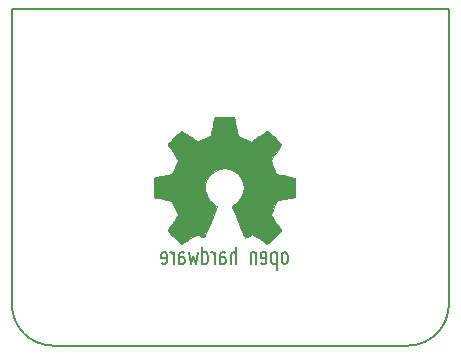
<source format=gbo>
G04 #@! TF.FileFunction,Legend,Bot*
%FSLAX46Y46*%
G04 Gerber Fmt 4.6, Leading zero omitted, Abs format (unit mm)*
G04 Created by KiCad (PCBNEW 4.0.2-stable) date 21/05/2016 00:23:07*
%MOMM*%
G01*
G04 APERTURE LIST*
%ADD10C,0.100000*%
%ADD11C,0.150000*%
%ADD12C,0.002540*%
G04 APERTURE END LIST*
D10*
D11*
X0Y28500000D02*
X0Y3500000D01*
X37000000Y28500000D02*
X0Y28500000D01*
X37000000Y3500000D02*
X37000000Y28500000D01*
X3500000Y0D02*
X33500000Y0D01*
X33500000Y0D02*
G75*
G03X37000000Y3500000I0J3500000D01*
G01*
X0Y3500000D02*
G75*
G03X3500000Y0I3500000J0D01*
G01*
X12790000Y6890000D02*
X12690000Y6960000D01*
X12970000Y6890000D02*
X12790000Y6890000D01*
X13070000Y6960000D02*
X12970000Y6890000D01*
X13120000Y7100000D02*
X13070000Y6960000D01*
X13120000Y7680000D02*
X13120000Y7100000D01*
X13060000Y7830000D02*
X13120000Y7680000D01*
X12960000Y7900000D02*
X13060000Y7830000D01*
X12790000Y7900000D02*
X12960000Y7900000D01*
X12690000Y7810000D02*
X12790000Y7900000D01*
X12640000Y7680000D02*
X12690000Y7810000D01*
X12640000Y7410000D02*
X12640000Y7680000D01*
X13120000Y7410000D02*
X12640000Y7410000D01*
X13690000Y7890000D02*
X13690000Y6890000D01*
X13640000Y7750000D02*
X13690000Y7580000D01*
X13600000Y7810000D02*
X13640000Y7750000D01*
X13500000Y7890000D02*
X13600000Y7810000D01*
X13390000Y7890000D02*
X13500000Y7890000D01*
X15740000Y7900000D02*
X15550000Y6890000D01*
X15550000Y6890000D02*
X15360000Y7610000D01*
X15360000Y7610000D02*
X15170000Y6890000D01*
X15170000Y6890000D02*
X14970000Y7900000D01*
X16120000Y6970000D02*
X16210000Y6890000D01*
X16210000Y6890000D02*
X16400000Y6890000D01*
X16400000Y6890000D02*
X16470000Y6940000D01*
X16470000Y6940000D02*
X16540000Y7020000D01*
X16540000Y7020000D02*
X16600000Y7180000D01*
X16600000Y7180000D02*
X16600000Y7600000D01*
X16600000Y7600000D02*
X16550000Y7750000D01*
X16550000Y7750000D02*
X16480000Y7840000D01*
X16480000Y7840000D02*
X16400000Y7890000D01*
X16400000Y7890000D02*
X16220000Y7890000D01*
X16220000Y7890000D02*
X16120000Y7810000D01*
X16120000Y8390000D02*
X16120000Y6890000D01*
X16870000Y7890000D02*
X16980000Y7890000D01*
X16980000Y7890000D02*
X17080000Y7810000D01*
X17080000Y7810000D02*
X17120000Y7750000D01*
X17120000Y7750000D02*
X17170000Y7580000D01*
X17170000Y7890000D02*
X17170000Y6890000D01*
X14160000Y7680000D02*
X14160000Y6890000D01*
X14220000Y7830000D02*
X14160000Y7680000D01*
X14310000Y7900000D02*
X14220000Y7830000D01*
X14490000Y7900000D02*
X14310000Y7900000D01*
X14600000Y7820000D02*
X14490000Y7900000D01*
X14640000Y7120000D02*
X14600000Y6980000D01*
X14640000Y7250000D02*
X14640000Y7120000D01*
X14590000Y7390000D02*
X14640000Y7250000D01*
X14490000Y7470000D02*
X14590000Y7390000D01*
X14250000Y7470000D02*
X14490000Y7470000D01*
X14160000Y7540000D02*
X14250000Y7470000D01*
X14260000Y6890000D02*
X14160000Y6970000D01*
X14490000Y6890000D02*
X14260000Y6890000D01*
X14600000Y6980000D02*
X14490000Y6890000D01*
X18080000Y6980000D02*
X17970000Y6890000D01*
X17970000Y6890000D02*
X17740000Y6890000D01*
X17740000Y6890000D02*
X17640000Y6970000D01*
X17640000Y7540000D02*
X17730000Y7470000D01*
X17730000Y7470000D02*
X17970000Y7470000D01*
X17970000Y7470000D02*
X18070000Y7390000D01*
X18070000Y7390000D02*
X18120000Y7250000D01*
X18120000Y7250000D02*
X18120000Y7120000D01*
X18120000Y7120000D02*
X18080000Y6980000D01*
X18080000Y7820000D02*
X17970000Y7900000D01*
X17970000Y7900000D02*
X17790000Y7900000D01*
X17790000Y7900000D02*
X17700000Y7830000D01*
X17700000Y7830000D02*
X17640000Y7680000D01*
X17640000Y7680000D02*
X17640000Y6890000D01*
X18980000Y6890000D02*
X18980000Y8390000D01*
X18920000Y7830000D02*
X18980000Y7760000D01*
X18840000Y7890000D02*
X18920000Y7830000D01*
X18700000Y7890000D02*
X18840000Y7890000D01*
X18600000Y7820000D02*
X18700000Y7890000D01*
X18550000Y7670000D02*
X18600000Y7820000D01*
X18550000Y6890000D02*
X18550000Y7670000D01*
X20210000Y6890000D02*
X20210000Y7670000D01*
X20210000Y7670000D02*
X20260000Y7820000D01*
X20260000Y7820000D02*
X20360000Y7890000D01*
X20360000Y7890000D02*
X20500000Y7890000D01*
X20500000Y7890000D02*
X20580000Y7830000D01*
X20580000Y7830000D02*
X20640000Y7760000D01*
X20640000Y7890000D02*
X20640000Y6890000D01*
X21550000Y7410000D02*
X21070000Y7410000D01*
X21070000Y7410000D02*
X21070000Y7680000D01*
X21070000Y7680000D02*
X21120000Y7810000D01*
X21120000Y7810000D02*
X21220000Y7900000D01*
X21220000Y7900000D02*
X21390000Y7900000D01*
X21390000Y7900000D02*
X21490000Y7830000D01*
X21490000Y7830000D02*
X21550000Y7680000D01*
X21550000Y7680000D02*
X21550000Y7100000D01*
X21550000Y7100000D02*
X21500000Y6960000D01*
X21500000Y6960000D02*
X21400000Y6890000D01*
X21400000Y6890000D02*
X21220000Y6890000D01*
X21220000Y6890000D02*
X21120000Y6960000D01*
X22410000Y7900000D02*
X22410000Y6390000D01*
X22300000Y7900000D02*
X22120000Y7900000D01*
X22300000Y6900000D02*
X22110000Y6900000D01*
X22300000Y7900000D02*
X22380000Y7840000D01*
X22030000Y7830000D02*
X22120000Y7900000D01*
X21980000Y7760000D02*
X22030000Y7830000D01*
X21930000Y7600000D02*
X21980000Y7760000D01*
X21930000Y7190000D02*
X21930000Y7600000D01*
X21980000Y7050000D02*
X21930000Y7190000D01*
X22020000Y6980000D02*
X21980000Y7050000D01*
X22120000Y6900000D02*
X22020000Y6980000D01*
X22400000Y6970000D02*
X22300000Y6900000D01*
X23360000Y7600000D02*
X23360000Y7190000D01*
X23360000Y7190000D02*
X23310000Y7050000D01*
X23310000Y7050000D02*
X23260000Y6960000D01*
X23260000Y6960000D02*
X23160000Y6890000D01*
X23160000Y6890000D02*
X23020000Y6890000D01*
X23020000Y6890000D02*
X22920000Y6970000D01*
X22920000Y6970000D02*
X22880000Y7040000D01*
X22880000Y7040000D02*
X22830000Y7180000D01*
X22830000Y7180000D02*
X22830000Y7590000D01*
X22830000Y7590000D02*
X22880000Y7750000D01*
X22880000Y7750000D02*
X22930000Y7820000D01*
X22930000Y7820000D02*
X23020000Y7890000D01*
X23020000Y7890000D02*
X23170000Y7890000D01*
X23170000Y7890000D02*
X23250000Y7830000D01*
X23250000Y7830000D02*
X23310000Y7750000D01*
X23310000Y7750000D02*
X23360000Y7600000D01*
D12*
G36*
X21637280Y8610120D02*
X21573780Y8643140D01*
X21434080Y8732040D01*
X21233420Y8861580D01*
X20997200Y9021600D01*
X20758440Y9181620D01*
X20562860Y9313700D01*
X20425700Y9400060D01*
X20369820Y9433080D01*
X20339340Y9422920D01*
X20225040Y9367040D01*
X20062480Y9280680D01*
X19965960Y9232420D01*
X19816100Y9166380D01*
X19742440Y9153680D01*
X19729740Y9174000D01*
X19673860Y9290840D01*
X19587500Y9486420D01*
X19473200Y9748040D01*
X19343660Y10050300D01*
X19206500Y10380500D01*
X19066800Y10715780D01*
X18934720Y11033280D01*
X18815340Y11320300D01*
X18721360Y11553980D01*
X18660400Y11716540D01*
X18637540Y11787660D01*
X18645160Y11802900D01*
X18718820Y11874020D01*
X18850900Y11973080D01*
X19135380Y12204220D01*
X19414780Y12554740D01*
X19584960Y12950980D01*
X19643380Y13392940D01*
X19595120Y13801880D01*
X19432560Y14195580D01*
X19158240Y14548640D01*
X18825500Y14812800D01*
X18436880Y14977900D01*
X18000000Y15033780D01*
X17580900Y14985520D01*
X17179580Y14828040D01*
X16826520Y14558800D01*
X16676660Y14386080D01*
X16470920Y14027940D01*
X16354080Y13641860D01*
X16341380Y13545340D01*
X16359160Y13123700D01*
X16483620Y12719840D01*
X16704600Y12359160D01*
X17014480Y12061980D01*
X17052580Y12034040D01*
X17197360Y11927360D01*
X17291340Y11853700D01*
X17367540Y11792740D01*
X16831600Y10499880D01*
X16745240Y10294140D01*
X16597920Y9943620D01*
X16468380Y9638820D01*
X16364240Y9394980D01*
X16293120Y9234960D01*
X16262640Y9168920D01*
X16257560Y9166380D01*
X16211840Y9158760D01*
X16112780Y9194320D01*
X15932440Y9280680D01*
X15813060Y9341640D01*
X15675900Y9407680D01*
X15614940Y9433080D01*
X15561600Y9405140D01*
X15429520Y9318780D01*
X15239020Y9189240D01*
X15007880Y9034300D01*
X14786900Y8884440D01*
X14583700Y8749820D01*
X14436380Y8655840D01*
X14365260Y8617740D01*
X14355100Y8617740D01*
X14291600Y8653300D01*
X14174760Y8749820D01*
X13999500Y8917460D01*
X13750580Y9161300D01*
X13712480Y9199400D01*
X13506740Y9407680D01*
X13341640Y9582940D01*
X13229880Y9707400D01*
X13189240Y9763280D01*
X13189240Y9763280D01*
X13227340Y9834400D01*
X13318780Y9981720D01*
X13453400Y10184920D01*
X13615960Y10426220D01*
X14045220Y11045980D01*
X13809000Y11632720D01*
X13737880Y11813060D01*
X13646440Y12031500D01*
X13577860Y12186440D01*
X13542300Y12255020D01*
X13478800Y12277880D01*
X13318780Y12315980D01*
X13085100Y12364240D01*
X12808240Y12415040D01*
X12544080Y12463300D01*
X12305320Y12509020D01*
X12132600Y12542040D01*
X12053860Y12557280D01*
X12036080Y12569980D01*
X12020840Y12608080D01*
X12010680Y12689360D01*
X12005600Y12834140D01*
X12000520Y13062740D01*
X12000520Y13392940D01*
X12000520Y13428500D01*
X12005600Y13743460D01*
X12010680Y13994920D01*
X12018300Y14160020D01*
X12031000Y14226060D01*
X12031000Y14226060D01*
X12104660Y14243840D01*
X12274840Y14279400D01*
X12513600Y14327660D01*
X12798080Y14381000D01*
X12815860Y14383540D01*
X13100340Y14439420D01*
X13336560Y14487680D01*
X13504200Y14525780D01*
X13572780Y14548640D01*
X13588020Y14568960D01*
X13646440Y14680720D01*
X13727720Y14855980D01*
X13821700Y15069340D01*
X13913140Y15292860D01*
X13994420Y15493520D01*
X14047760Y15643380D01*
X14063000Y15711960D01*
X14063000Y15711960D01*
X14019820Y15780540D01*
X13923300Y15927860D01*
X13783600Y16131060D01*
X13618500Y16372360D01*
X13605800Y16392680D01*
X13443240Y16631440D01*
X13311160Y16834640D01*
X13222260Y16979420D01*
X13189240Y17042920D01*
X13189240Y17048000D01*
X13245120Y17119120D01*
X13367040Y17256280D01*
X13542300Y17439160D01*
X13750580Y17649980D01*
X13819160Y17716020D01*
X14050300Y17944620D01*
X14212860Y18091940D01*
X14314460Y18173220D01*
X14362720Y18191000D01*
X14365260Y18188460D01*
X14436380Y18145280D01*
X14588780Y18046220D01*
X14794520Y17906520D01*
X15038360Y17741420D01*
X15053600Y17731260D01*
X15294900Y17568700D01*
X15493020Y17431540D01*
X15635260Y17337560D01*
X15698760Y17302000D01*
X15708920Y17302000D01*
X15805440Y17329940D01*
X15975620Y17388360D01*
X16186440Y17469640D01*
X16407420Y17558540D01*
X16610620Y17644900D01*
X16760480Y17713480D01*
X16831600Y17754120D01*
X16834140Y17756660D01*
X16859540Y17843020D01*
X16900180Y18023360D01*
X16953520Y18269740D01*
X17006860Y18564380D01*
X17017020Y18610100D01*
X17070360Y18897120D01*
X17116080Y19133340D01*
X17151640Y19295900D01*
X17166880Y19364480D01*
X17207520Y19372100D01*
X17347220Y19382260D01*
X17560580Y19389880D01*
X17819660Y19392420D01*
X18091440Y19389880D01*
X18355600Y19384800D01*
X18581660Y19377180D01*
X18744220Y19364480D01*
X18812800Y19351780D01*
X18815340Y19346700D01*
X18838200Y19257800D01*
X18878840Y19080000D01*
X18929640Y18831080D01*
X18985520Y18536440D01*
X18995680Y18483100D01*
X19049020Y18198620D01*
X19097280Y17964940D01*
X19132840Y17804920D01*
X19150620Y17741420D01*
X19176020Y17728720D01*
X19292860Y17675380D01*
X19483360Y17596640D01*
X19722120Y17500120D01*
X20270760Y17279140D01*
X20943860Y17741420D01*
X21004820Y17782060D01*
X21248660Y17947160D01*
X21446780Y18079240D01*
X21586480Y18168140D01*
X21642360Y18201160D01*
X21647440Y18198620D01*
X21716020Y18140200D01*
X21848100Y18015740D01*
X22030980Y17837940D01*
X22241800Y17627120D01*
X22399280Y17469640D01*
X22584700Y17281680D01*
X22701540Y17154680D01*
X22767580Y17073400D01*
X22790440Y17022600D01*
X22782820Y16989580D01*
X22739640Y16921000D01*
X22640580Y16773680D01*
X22503420Y16567940D01*
X22338320Y16331720D01*
X22203700Y16131060D01*
X22056380Y15905000D01*
X21962400Y15744980D01*
X21929380Y15666240D01*
X21937000Y15633220D01*
X21985260Y15501140D01*
X22064000Y15300480D01*
X22165600Y15064260D01*
X22399280Y14530860D01*
X22749800Y14464820D01*
X22960620Y14424180D01*
X23257800Y14365760D01*
X23542280Y14312420D01*
X23984240Y14226060D01*
X23999480Y12600460D01*
X23930900Y12569980D01*
X23864860Y12552200D01*
X23702300Y12516640D01*
X23468620Y12470920D01*
X23191760Y12417580D01*
X22955540Y12374400D01*
X22719320Y12328680D01*
X22549140Y12295660D01*
X22472940Y12280420D01*
X22455160Y12255020D01*
X22394200Y12138180D01*
X22310380Y11957840D01*
X22216400Y11736860D01*
X22122420Y11510800D01*
X22038600Y11299980D01*
X21980180Y11139960D01*
X21957320Y11056140D01*
X21990340Y10995180D01*
X22079240Y10855480D01*
X22211320Y10657360D01*
X22371340Y10421140D01*
X22533900Y10184920D01*
X22668520Y9984260D01*
X22765040Y9839480D01*
X22803140Y9773440D01*
X22782820Y9727720D01*
X22688840Y9613420D01*
X22511040Y9430540D01*
X22246880Y9168920D01*
X22203700Y9125740D01*
X21992880Y8925080D01*
X21815080Y8759980D01*
X21693160Y8650760D01*
X21637280Y8610120D01*
X21637280Y8610120D01*
G37*
X21637280Y8610120D02*
X21573780Y8643140D01*
X21434080Y8732040D01*
X21233420Y8861580D01*
X20997200Y9021600D01*
X20758440Y9181620D01*
X20562860Y9313700D01*
X20425700Y9400060D01*
X20369820Y9433080D01*
X20339340Y9422920D01*
X20225040Y9367040D01*
X20062480Y9280680D01*
X19965960Y9232420D01*
X19816100Y9166380D01*
X19742440Y9153680D01*
X19729740Y9174000D01*
X19673860Y9290840D01*
X19587500Y9486420D01*
X19473200Y9748040D01*
X19343660Y10050300D01*
X19206500Y10380500D01*
X19066800Y10715780D01*
X18934720Y11033280D01*
X18815340Y11320300D01*
X18721360Y11553980D01*
X18660400Y11716540D01*
X18637540Y11787660D01*
X18645160Y11802900D01*
X18718820Y11874020D01*
X18850900Y11973080D01*
X19135380Y12204220D01*
X19414780Y12554740D01*
X19584960Y12950980D01*
X19643380Y13392940D01*
X19595120Y13801880D01*
X19432560Y14195580D01*
X19158240Y14548640D01*
X18825500Y14812800D01*
X18436880Y14977900D01*
X18000000Y15033780D01*
X17580900Y14985520D01*
X17179580Y14828040D01*
X16826520Y14558800D01*
X16676660Y14386080D01*
X16470920Y14027940D01*
X16354080Y13641860D01*
X16341380Y13545340D01*
X16359160Y13123700D01*
X16483620Y12719840D01*
X16704600Y12359160D01*
X17014480Y12061980D01*
X17052580Y12034040D01*
X17197360Y11927360D01*
X17291340Y11853700D01*
X17367540Y11792740D01*
X16831600Y10499880D01*
X16745240Y10294140D01*
X16597920Y9943620D01*
X16468380Y9638820D01*
X16364240Y9394980D01*
X16293120Y9234960D01*
X16262640Y9168920D01*
X16257560Y9166380D01*
X16211840Y9158760D01*
X16112780Y9194320D01*
X15932440Y9280680D01*
X15813060Y9341640D01*
X15675900Y9407680D01*
X15614940Y9433080D01*
X15561600Y9405140D01*
X15429520Y9318780D01*
X15239020Y9189240D01*
X15007880Y9034300D01*
X14786900Y8884440D01*
X14583700Y8749820D01*
X14436380Y8655840D01*
X14365260Y8617740D01*
X14355100Y8617740D01*
X14291600Y8653300D01*
X14174760Y8749820D01*
X13999500Y8917460D01*
X13750580Y9161300D01*
X13712480Y9199400D01*
X13506740Y9407680D01*
X13341640Y9582940D01*
X13229880Y9707400D01*
X13189240Y9763280D01*
X13189240Y9763280D01*
X13227340Y9834400D01*
X13318780Y9981720D01*
X13453400Y10184920D01*
X13615960Y10426220D01*
X14045220Y11045980D01*
X13809000Y11632720D01*
X13737880Y11813060D01*
X13646440Y12031500D01*
X13577860Y12186440D01*
X13542300Y12255020D01*
X13478800Y12277880D01*
X13318780Y12315980D01*
X13085100Y12364240D01*
X12808240Y12415040D01*
X12544080Y12463300D01*
X12305320Y12509020D01*
X12132600Y12542040D01*
X12053860Y12557280D01*
X12036080Y12569980D01*
X12020840Y12608080D01*
X12010680Y12689360D01*
X12005600Y12834140D01*
X12000520Y13062740D01*
X12000520Y13392940D01*
X12000520Y13428500D01*
X12005600Y13743460D01*
X12010680Y13994920D01*
X12018300Y14160020D01*
X12031000Y14226060D01*
X12031000Y14226060D01*
X12104660Y14243840D01*
X12274840Y14279400D01*
X12513600Y14327660D01*
X12798080Y14381000D01*
X12815860Y14383540D01*
X13100340Y14439420D01*
X13336560Y14487680D01*
X13504200Y14525780D01*
X13572780Y14548640D01*
X13588020Y14568960D01*
X13646440Y14680720D01*
X13727720Y14855980D01*
X13821700Y15069340D01*
X13913140Y15292860D01*
X13994420Y15493520D01*
X14047760Y15643380D01*
X14063000Y15711960D01*
X14063000Y15711960D01*
X14019820Y15780540D01*
X13923300Y15927860D01*
X13783600Y16131060D01*
X13618500Y16372360D01*
X13605800Y16392680D01*
X13443240Y16631440D01*
X13311160Y16834640D01*
X13222260Y16979420D01*
X13189240Y17042920D01*
X13189240Y17048000D01*
X13245120Y17119120D01*
X13367040Y17256280D01*
X13542300Y17439160D01*
X13750580Y17649980D01*
X13819160Y17716020D01*
X14050300Y17944620D01*
X14212860Y18091940D01*
X14314460Y18173220D01*
X14362720Y18191000D01*
X14365260Y18188460D01*
X14436380Y18145280D01*
X14588780Y18046220D01*
X14794520Y17906520D01*
X15038360Y17741420D01*
X15053600Y17731260D01*
X15294900Y17568700D01*
X15493020Y17431540D01*
X15635260Y17337560D01*
X15698760Y17302000D01*
X15708920Y17302000D01*
X15805440Y17329940D01*
X15975620Y17388360D01*
X16186440Y17469640D01*
X16407420Y17558540D01*
X16610620Y17644900D01*
X16760480Y17713480D01*
X16831600Y17754120D01*
X16834140Y17756660D01*
X16859540Y17843020D01*
X16900180Y18023360D01*
X16953520Y18269740D01*
X17006860Y18564380D01*
X17017020Y18610100D01*
X17070360Y18897120D01*
X17116080Y19133340D01*
X17151640Y19295900D01*
X17166880Y19364480D01*
X17207520Y19372100D01*
X17347220Y19382260D01*
X17560580Y19389880D01*
X17819660Y19392420D01*
X18091440Y19389880D01*
X18355600Y19384800D01*
X18581660Y19377180D01*
X18744220Y19364480D01*
X18812800Y19351780D01*
X18815340Y19346700D01*
X18838200Y19257800D01*
X18878840Y19080000D01*
X18929640Y18831080D01*
X18985520Y18536440D01*
X18995680Y18483100D01*
X19049020Y18198620D01*
X19097280Y17964940D01*
X19132840Y17804920D01*
X19150620Y17741420D01*
X19176020Y17728720D01*
X19292860Y17675380D01*
X19483360Y17596640D01*
X19722120Y17500120D01*
X20270760Y17279140D01*
X20943860Y17741420D01*
X21004820Y17782060D01*
X21248660Y17947160D01*
X21446780Y18079240D01*
X21586480Y18168140D01*
X21642360Y18201160D01*
X21647440Y18198620D01*
X21716020Y18140200D01*
X21848100Y18015740D01*
X22030980Y17837940D01*
X22241800Y17627120D01*
X22399280Y17469640D01*
X22584700Y17281680D01*
X22701540Y17154680D01*
X22767580Y17073400D01*
X22790440Y17022600D01*
X22782820Y16989580D01*
X22739640Y16921000D01*
X22640580Y16773680D01*
X22503420Y16567940D01*
X22338320Y16331720D01*
X22203700Y16131060D01*
X22056380Y15905000D01*
X21962400Y15744980D01*
X21929380Y15666240D01*
X21937000Y15633220D01*
X21985260Y15501140D01*
X22064000Y15300480D01*
X22165600Y15064260D01*
X22399280Y14530860D01*
X22749800Y14464820D01*
X22960620Y14424180D01*
X23257800Y14365760D01*
X23542280Y14312420D01*
X23984240Y14226060D01*
X23999480Y12600460D01*
X23930900Y12569980D01*
X23864860Y12552200D01*
X23702300Y12516640D01*
X23468620Y12470920D01*
X23191760Y12417580D01*
X22955540Y12374400D01*
X22719320Y12328680D01*
X22549140Y12295660D01*
X22472940Y12280420D01*
X22455160Y12255020D01*
X22394200Y12138180D01*
X22310380Y11957840D01*
X22216400Y11736860D01*
X22122420Y11510800D01*
X22038600Y11299980D01*
X21980180Y11139960D01*
X21957320Y11056140D01*
X21990340Y10995180D01*
X22079240Y10855480D01*
X22211320Y10657360D01*
X22371340Y10421140D01*
X22533900Y10184920D01*
X22668520Y9984260D01*
X22765040Y9839480D01*
X22803140Y9773440D01*
X22782820Y9727720D01*
X22688840Y9613420D01*
X22511040Y9430540D01*
X22246880Y9168920D01*
X22203700Y9125740D01*
X21992880Y8925080D01*
X21815080Y8759980D01*
X21693160Y8650760D01*
X21637280Y8610120D01*
M02*

</source>
